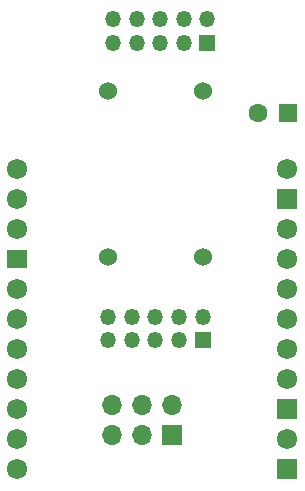
<source format=gbs>
G04 #@! TF.GenerationSoftware,KiCad,Pcbnew,(6.0.11)*
G04 #@! TF.CreationDate,2023-03-19T09:24:41+01:00*
G04 #@! TF.ProjectId,powerbar_pcb,706f7765-7262-4617-925f-7063622e6b69,rev?*
G04 #@! TF.SameCoordinates,Original*
G04 #@! TF.FileFunction,Soldermask,Bot*
G04 #@! TF.FilePolarity,Negative*
%FSLAX46Y46*%
G04 Gerber Fmt 4.6, Leading zero omitted, Abs format (unit mm)*
G04 Created by KiCad (PCBNEW (6.0.11)) date 2023-03-19 09:24:41*
%MOMM*%
%LPD*%
G01*
G04 APERTURE LIST*
%ADD10R,1.600000X1.600000*%
%ADD11C,1.600000*%
%ADD12R,1.350000X1.350000*%
%ADD13O,1.350000X1.350000*%
%ADD14C,1.524000*%
%ADD15R,1.700000X1.700000*%
%ADD16O,1.700000X1.700000*%
%ADD17C,1.724000*%
%ADD18R,1.724000X1.724000*%
%ADD19R,1.724000X1.524000*%
G04 APERTURE END LIST*
D10*
X127410000Y-65960000D03*
D11*
X124910000Y-65960000D03*
D12*
X120200000Y-85200000D03*
D13*
X120200000Y-83200000D03*
X118200000Y-85200000D03*
X118200000Y-83200000D03*
X116200000Y-85200000D03*
X116200000Y-83200000D03*
X114200000Y-85200000D03*
X114200000Y-83200000D03*
X112200000Y-85200000D03*
X112200000Y-83200000D03*
D12*
X120600000Y-60000000D03*
D13*
X120600000Y-58000000D03*
X118600000Y-60000000D03*
X118600000Y-58000000D03*
X116600000Y-60000000D03*
X116600000Y-58000000D03*
X114600000Y-60000000D03*
X114600000Y-58000000D03*
X112600000Y-60000000D03*
X112600000Y-58000000D03*
D14*
X120200000Y-64130000D03*
X112200000Y-64130000D03*
X120200000Y-78130000D03*
X112200000Y-78130000D03*
D15*
X117600000Y-93200000D03*
D16*
X117600000Y-90660000D03*
X115060000Y-93200000D03*
X115060000Y-90660000D03*
X112520000Y-93200000D03*
X112520000Y-90660000D03*
D17*
X127376120Y-70709680D03*
D18*
X127376120Y-73249680D03*
D17*
X127376120Y-75789680D03*
X127376120Y-78329680D03*
X127376120Y-80869680D03*
X127376120Y-83409680D03*
X127376120Y-85949680D03*
X127376120Y-88489680D03*
D18*
X127376120Y-91029680D03*
D17*
X127376120Y-93569680D03*
D18*
X127376120Y-96109680D03*
D17*
X104516120Y-70709680D03*
X104516120Y-73249680D03*
X104516120Y-75789680D03*
D19*
X104516120Y-78329680D03*
D17*
X104516120Y-80869680D03*
X104516120Y-83409680D03*
X104516120Y-85949680D03*
X104516120Y-88489680D03*
X104516120Y-91029680D03*
X104516120Y-93569680D03*
X104516120Y-96109680D03*
M02*

</source>
